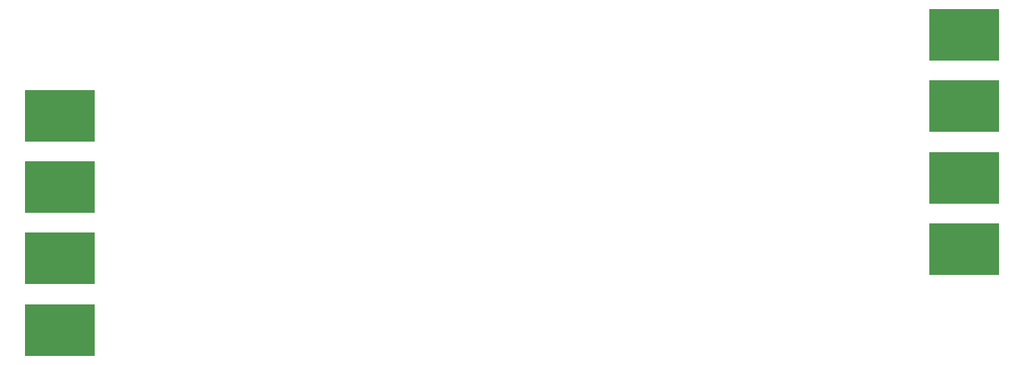
<source format=gbp>
G04 #@! TF.GenerationSoftware,KiCad,Pcbnew,5.0.0*
G04 #@! TF.CreationDate,2018-08-14T07:29:03-04:00*
G04 #@! TF.ProjectId,peripherals,7065726970686572616C732E6B696361,rev?*
G04 #@! TF.SameCoordinates,Original*
G04 #@! TF.FileFunction,Paste,Bot*
G04 #@! TF.FilePolarity,Positive*
%FSLAX46Y46*%
G04 Gerber Fmt 4.6, Leading zero omitted, Abs format (unit mm)*
G04 Created by KiCad (PCBNEW 5.0.0) date Tue Aug 14 07:29:03 2018*
%MOMM*%
%LPD*%
G01*
G04 APERTURE LIST*
%ADD10R,7.847600X5.847600*%
G04 APERTURE END LIST*
D10*
G04 #@! TO.C,J106*
X40300000Y-99350000D03*
X40300000Y-115350000D03*
X40300000Y-123350000D03*
X40300000Y-107350000D03*
G04 #@! TD*
G04 #@! TO.C,J105*
X141450000Y-98300000D03*
X141450000Y-114300000D03*
X141450000Y-106300000D03*
X141450000Y-90300000D03*
G04 #@! TD*
M02*

</source>
